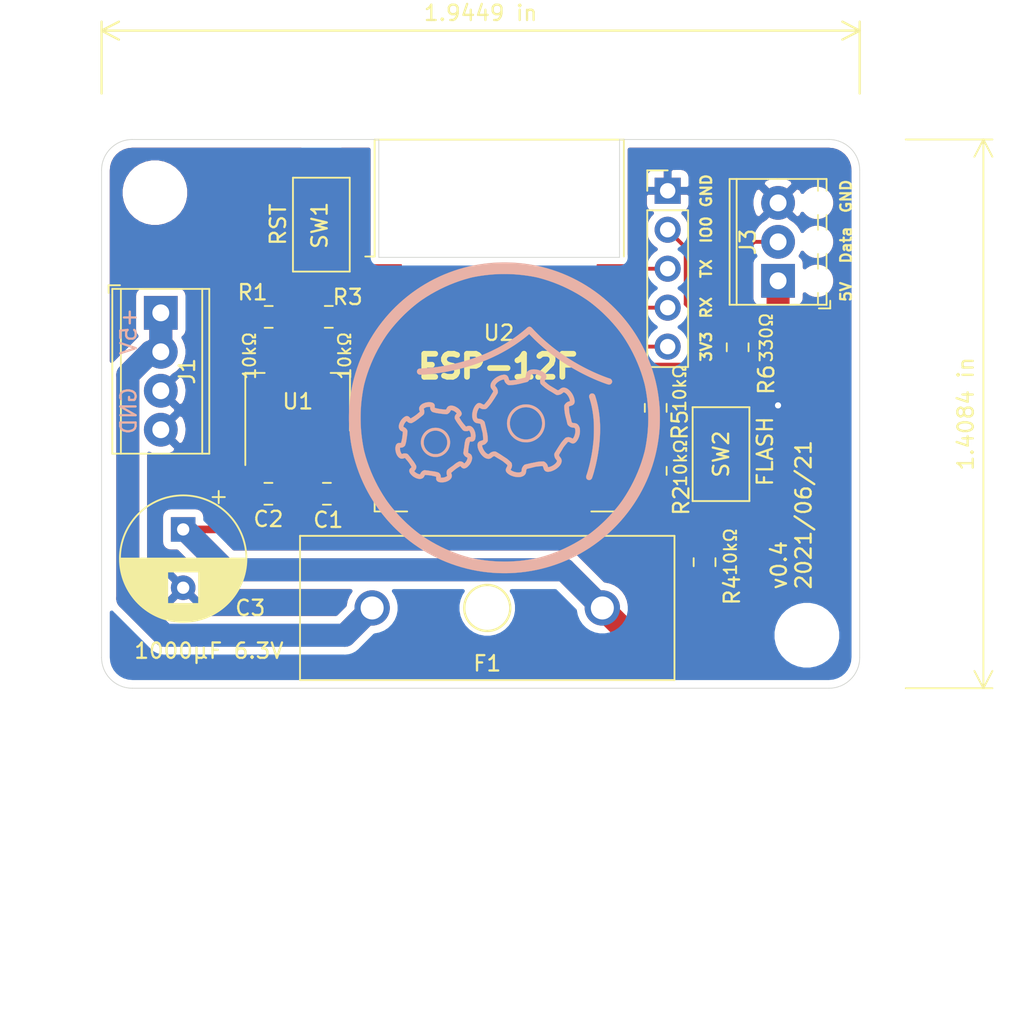
<source format=kicad_pcb>
(kicad_pcb (version 20171130) (host pcbnew "(5.1.8-0-10_14)")
  (title_block (title "WS2812 Controller") (date 2021-06-21) (rev 0.4) (company haus-automatisierung.com) (comment 1 "Matthias Kleine"))
  (layers (0 F.Cu signal) (31 B.Cu signal) (34 B.Paste user) (35 F.Paste user) (36 B.SilkS user) (37 F.SilkS user) (38 B.Mask user) (39 F.Mask user) (44 Edge.Cuts user))
  (net 0 "")
  (net 1 +5V)
  (net 2 GND)
  (net 3 +3V3)
  (net 4 "Net-(R2-Pad1)")
  (net 5 "Net-(U2-Pad2)")
  (net 6 "Net-(U2-Pad4)")
  (net 7 "Net-(U2-Pad5)")
  (net 8 "Net-(U2-Pad6)")
  (net 9 "Net-(U2-Pad7)")
  (net 10 "Net-(U2-Pad9)")
  (net 11 "Net-(U2-Pad10)")
  (net 12 "Net-(U2-Pad11)")
  (net 13 "Net-(U2-Pad12)")
  (net 14 "Net-(U2-Pad13)")
  (net 15 "Net-(U2-Pad14)")
  (net 16 "Net-(U2-Pad20)")
  (net 17 GPIO0)
  (net 18 /EN)
  (net 19 /RST)
  (net 20 "Net-(R4-Pad2)")
  (net 21 TX)
  (net 22 RX)
  (net 23 "Net-(J3-Pad2)")
  (net 24 GPIO4)
  (net 25 /SUPPLY)
  (module MountingHole:MountingHole_3.2mm_M3 (layer F.Cu) (at 156.718 102.616)
    (fp_text reference REF** hide)
    (fp_text value MountingHole_3.2mm_M3 hide)
    (pad 1 np_thru_hole circle (at 0 0) (size 3.2 3.2) (drill 3.2) (layers *.Cu *.Mask))
  )
  (module MountingHole:MountingHole_3.2mm_M3 (layer F.Cu) (at 114.2365 73.7616)
    (fp_text reference REF** hide)
    (fp_text value MountingHole_3.2mm_M3 hide)
    (pad 1 np_thru_hole circle (at 0 0) (size 3.2 3.2) (drill 3.2) (layers *.Cu *.Mask))
  )
  (module Resistor_SMD:R_0805_2012Metric_Pad1.15x1.40mm_HandSolder (layer F.Cu) (at 150.0505 97.8535 270)
    (fp_text reference R4 (at 1.8161 -1.7907 270) (layer F.SilkS))
    (fp_text value 10kΩ)
    (pad 1 smd roundrect (at -1.025 0 270) (size 1.15 1.4) (layers F.Cu F.Paste F.Mask) (roundrect_rratio 0.217391) (net 3 +3V3))
    (pad 2 smd roundrect (at 1.025 0 270) (size 1.15 1.4) (layers F.Cu F.Paste F.Mask) (roundrect_rratio 0.217391) (net 20 "Net-(R4-Pad2)"))
  )
  (module halibs:Logo_20mm (layer B.Cu) (at 137.0076 88.4428 180)
    (fp_text reference G*** hide)
    (fp_text value LOGO hide)
  )
  (module Capacitor_SMD:C_0805_2012Metric_Pad1.15x1.40mm_HandSolder (layer F.Cu) (at 125.44044 93.39326)
    (fp_text reference C1 (at 0.08636 1.70434) (layer F.SilkS))
    (fp_text value 100nF)
    (pad 1 smd roundrect (at -1.025 0) (size 1.15 1.4) (layers F.Cu F.Paste F.Mask) (roundrect_rratio 0.217391) (net 1 +5V))
    (pad 2 smd roundrect (at 1.025 0) (size 1.15 1.4) (layers F.Cu F.Paste F.Mask) (roundrect_rratio 0.217391) (net 2 GND))
  )
  (module Capacitor_SMD:C_0805_2012Metric_Pad1.15x1.40mm_HandSolder (layer F.Cu) (at 121.63044 93.39326 180)
    (fp_text reference C2 (at 0 -1.65) (layer F.SilkS))
    (fp_text value 100nF)
    (pad 2 smd roundrect (at 1.025 0 180) (size 1.15 1.4) (layers F.Cu F.Paste F.Mask) (roundrect_rratio 0.217391) (net 2 GND))
    (pad 1 smd roundrect (at -1.025 0 180) (size 1.15 1.4) (layers F.Cu F.Paste F.Mask) (roundrect_rratio 0.217391) (net 3 +3V3))
  )
  (module Connector_PinHeader_2.54mm:PinHeader_1x05_P2.54mm_Vertical (layer F.Cu) (at 147.64606 73.63968)
    (fp_text reference J2 hide)
    (fp_text value Conn_01x05_Male)
    (pad 1 thru_hole rect (at 0 0) (size 1.7 1.7) (drill 1) (layers *.Cu *.Mask) (net 2 GND))
    (pad 2 thru_hole oval (at 0 2.54) (size 1.7 1.7) (drill 1) (layers *.Cu *.Mask) (net 17 GPIO0))
    (pad 3 thru_hole oval (at 0 5.08) (size 1.7 1.7) (drill 1) (layers *.Cu *.Mask) (net 21 TX))
    (pad 4 thru_hole oval (at 0 7.62) (size 1.7 1.7) (drill 1) (layers *.Cu *.Mask) (net 22 RX))
    (pad 5 thru_hole oval (at 0 10.16) (size 1.7 1.7) (drill 1) (layers *.Cu *.Mask) (net 3 +3V3))
  )
  (module Resistor_SMD:R_0805_2012Metric_Pad1.15x1.40mm_HandSolder (layer F.Cu) (at 121.64822 81.86166)
    (fp_text reference R1 (at -1.04902 -1.59766) (layer F.SilkS))
    (fp_text value 10kΩ)
    (pad 2 smd roundrect (at 1.025 0) (size 1.15 1.4) (layers F.Cu F.Paste F.Mask) (roundrect_rratio 0.217391) (net 18 /EN))
    (pad 1 smd roundrect (at -1.025 0) (size 1.15 1.4) (layers F.Cu F.Paste F.Mask) (roundrect_rratio 0.217391) (net 3 +3V3))
  )
  (module Resistor_SMD:R_0805_2012Metric_Pad1.15x1.40mm_HandSolder (layer F.Cu) (at 146.86788 91.8972 270)
    (fp_text reference R2 (at 1.9304 -1.67132 270) (layer F.SilkS))
    (fp_text value 10kΩ)
    (pad 1 smd roundrect (at -1.025 0 270) (size 1.15 1.4) (layers F.Cu F.Paste F.Mask) (roundrect_rratio 0.217391) (net 4 "Net-(R2-Pad1)"))
    (pad 2 smd roundrect (at 1.025 0 270) (size 1.15 1.4) (layers F.Cu F.Paste F.Mask) (roundrect_rratio 0.217391) (net 2 GND))
  )
  (module Button_Switch_SMD:SW_SPST_CK_RS282G05A3 (layer F.Cu) (at 125.07976 75.84694 270)
    (fp_text reference SW1 (at 0.04826 0.11176 90) (layer F.SilkS))
    (fp_text value SW_Reset)
    (pad 1 smd rect (at -3.9 0 270) (size 1.5 1.5) (layers F.Cu F.Paste F.Mask) (net 2 GND))
    (pad 2 smd rect (at 3.9 0 270) (size 1.5 1.5) (layers F.Cu F.Paste F.Mask) (net 19 /RST))
  )
  (module Button_Switch_SMD:SW_SPST_CK_RS282G05A3 (layer F.Cu) (at 151.12238 90.80754 270)
    (fp_text reference SW2 (at 0 -0.00762 90) (layer F.SilkS))
    (fp_text value SW_GPIO0)
    (pad 2 smd rect (at 3.9 0 270) (size 1.5 1.5) (layers F.Cu F.Paste F.Mask) (net 2 GND))
    (pad 1 smd rect (at -3.9 0 270) (size 1.5 1.5) (layers F.Cu F.Paste F.Mask) (net 17 GPIO0))
  )
  (module Package_TO_SOT_SMD:SOT-223-3_TabPin2 (layer F.Cu) (at 123.53544 87.42426 90)
    (fp_text reference U1 (at 0.04826 0.01016 180) (layer F.SilkS))
    (fp_text value AMS1117-3.3)
    (pad 2 smd rect (at 3.15 0 90) (size 2 3.8) (layers F.Cu F.Paste F.Mask) (net 3 +3V3))
    (pad 2 smd rect (at -3.15 0 90) (size 2 1.5) (layers F.Cu F.Paste F.Mask) (net 3 +3V3))
    (pad 3 smd rect (at -3.15 2.3 90) (size 2 1.5) (layers F.Cu F.Paste F.Mask) (net 1 +5V))
    (pad 1 smd rect (at -3.15 -2.3 90) (size 2 1.5) (layers F.Cu F.Paste F.Mask) (net 2 GND))
  )
  (module RF_Module:ESP-12E (layer F.Cu) (at 136.67232 82.42554)
    (fp_text reference U2 (at -0.02032 0.48006) (layer F.SilkS))
    (fp_text value ESP-12F)
    (pad 1 smd rect (at -7.6 -3.5) (size 2.5 1) (layers F.Cu F.Paste F.Mask) (net 19 /RST))
    (pad 2 smd rect (at -7.6 -1.5) (size 2.5 1) (layers F.Cu F.Paste F.Mask) (net 5 "Net-(U2-Pad2)"))
    (pad 3 smd rect (at -7.6 0.5) (size 2.5 1) (layers F.Cu F.Paste F.Mask) (net 18 /EN))
    (pad 4 smd rect (at -7.6 2.5) (size 2.5 1) (layers F.Cu F.Paste F.Mask) (net 6 "Net-(U2-Pad4)"))
    (pad 5 smd rect (at -7.6 4.5) (size 2.5 1) (layers F.Cu F.Paste F.Mask) (net 7 "Net-(U2-Pad5)"))
    (pad 6 smd rect (at -7.6 6.5) (size 2.5 1) (layers F.Cu F.Paste F.Mask) (net 8 "Net-(U2-Pad6)"))
    (pad 7 smd rect (at -7.6 8.5) (size 2.5 1) (layers F.Cu F.Paste F.Mask) (net 9 "Net-(U2-Pad7)"))
    (pad 8 smd rect (at -7.6 10.5) (size 2.5 1) (layers F.Cu F.Paste F.Mask) (net 3 +3V3))
    (pad 9 smd rect (at -5 12) (size 1 1.8) (layers F.Cu F.Paste F.Mask) (net 10 "Net-(U2-Pad9)"))
    (pad 10 smd rect (at -3 12) (size 1 1.8) (layers F.Cu F.Paste F.Mask) (net 11 "Net-(U2-Pad10)"))
    (pad 11 smd rect (at -1 12) (size 1 1.8) (layers F.Cu F.Paste F.Mask) (net 12 "Net-(U2-Pad11)"))
    (pad 12 smd rect (at 1 12) (size 1 1.8) (layers F.Cu F.Paste F.Mask) (net 13 "Net-(U2-Pad12)"))
    (pad 13 smd rect (at 3 12) (size 1 1.8) (layers F.Cu F.Paste F.Mask) (net 14 "Net-(U2-Pad13)"))
    (pad 14 smd rect (at 5 12) (size 1 1.8) (layers F.Cu F.Paste F.Mask) (net 15 "Net-(U2-Pad14)"))
    (pad 15 smd rect (at 7.6 10.5) (size 2.5 1) (layers F.Cu F.Paste F.Mask) (net 2 GND))
    (pad 16 smd rect (at 7.6 8.5) (size 2.5 1) (layers F.Cu F.Paste F.Mask) (net 4 "Net-(R2-Pad1)"))
    (pad 17 smd rect (at 7.6 6.5) (size 2.5 1) (layers F.Cu F.Paste F.Mask) (net 20 "Net-(R4-Pad2)"))
    (pad 18 smd rect (at 7.6 4.5) (size 2.5 1) (layers F.Cu F.Paste F.Mask) (net 17 GPIO0))
    (pad 19 smd rect (at 7.6 2.5) (size 2.5 1) (layers F.Cu F.Paste F.Mask) (net 24 GPIO4))
    (pad 20 smd rect (at 7.6 0.5) (size 2.5 1) (layers F.Cu F.Paste F.Mask) (net 16 "Net-(U2-Pad20)"))
    (pad 21 smd rect (at 7.6 -1.5) (size 2.5 1) (layers F.Cu F.Paste F.Mask) (net 22 RX))
    (pad 22 smd rect (at 7.6 -3.5) (size 2.5 1) (layers F.Cu F.Paste F.Mask) (net 21 TX))
  )
  (module Resistor_SMD:R_0805_2012Metric_Pad1.15x1.40mm_HandSolder (layer F.Cu) (at 125.5649 81.85912)
    (fp_text reference R3 (at 1.2319 -1.29032) (layer F.SilkS))
    (fp_text value 10kΩ)
    (pad 1 smd roundrect (at -1.025 0) (size 1.15 1.4) (layers F.Cu F.Paste F.Mask) (roundrect_rratio 0.217391) (net 3 +3V3))
    (pad 2 smd roundrect (at 1.025 0) (size 1.15 1.4) (layers F.Cu F.Paste F.Mask) (roundrect_rratio 0.217391) (net 19 /RST))
  )
  (module Resistor_SMD:R_0805_2012Metric_Pad1.15x1.40mm_HandSolder (layer F.Cu) (at 146.86788 87.79256 90)
    (fp_text reference R5 (at -1.10744 1.56972 90) (layer F.SilkS))
    (fp_text value 10kΩ)
    (pad 2 smd roundrect (at 1.025 0 90) (size 1.15 1.4) (layers F.Cu F.Paste F.Mask) (roundrect_rratio 0.217391) (net 17 GPIO0))
    (pad 1 smd roundrect (at -1.025 0 90) (size 1.15 1.4) (layers F.Cu F.Paste F.Mask) (roundrect_rratio 0.217391) (net 3 +3V3))
  )
  (module Capacitor_THT:CP_Radial_D8.0mm_P3.80mm (layer F.Cu) (at 116.07546 95.71736 270)
    (fp_text reference C3 (at 5.12064 -4.37134 180) (layer F.SilkS))
    (fp_text value 1000µF)
    (pad 1 thru_hole rect (at 0 0 270) (size 1.6 1.6) (drill 0.8) (layers *.Cu *.Mask) (net 1 +5V))
    (pad 2 thru_hole circle (at 3.8 0 270) (size 1.6 1.6) (drill 0.8) (layers *.Cu *.Mask) (net 2 GND))
  )
  (module Resistor_SMD:R_0805_2012Metric_Pad1.15x1.40mm_HandSolder (layer F.Cu) (at 152.20696 83.84286 270)
    (fp_text reference R6 (at 2.11074 -1.86944 90) (layer F.SilkS))
    (fp_text value 330Ω)
    (pad 1 smd roundrect (at -1.025 0 270) (size 1.15 1.4) (layers F.Cu F.Paste F.Mask) (roundrect_rratio 0.217391) (net 23 "Net-(J3-Pad2)"))
    (pad 2 smd roundrect (at 1.025 0 270) (size 1.15 1.4) (layers F.Cu F.Paste F.Mask) (roundrect_rratio 0.217391) (net 24 GPIO4))
  )
  (module TerminalBlock_Phoenix:TerminalBlock_Phoenix_MPT-0,5-3-2.54_1x03_P2.54mm_Horizontal (layer F.Cu) (at 154.84094 79.50962 90)
    (fp_text reference J3 (at 2.52984 -1.9685 90) (layer F.SilkS))
    (fp_text value Conn_01x03)
    (pad 1 thru_hole rect (at 0 0 90) (size 2.2 2.2) (drill 1.1) (layers *.Cu *.Mask) (net 1 +5V))
    (pad "" np_thru_hole circle (at 0 2.54 90) (size 1.1 1.1) (drill 1.1) (layers *.Cu *.Mask))
    (pad 2 thru_hole circle (at 2.54 0 90) (size 2.2 2.2) (drill 1.1) (layers *.Cu *.Mask) (net 23 "Net-(J3-Pad2)"))
    (pad "" np_thru_hole circle (at 2.54 2.54 90) (size 1.1 1.1) (drill 1.1) (layers *.Cu *.Mask))
    (pad 3 thru_hole circle (at 5.08 0 90) (size 2.2 2.2) (drill 1.1) (layers *.Cu *.Mask) (net 2 GND))
    (pad "" np_thru_hole circle (at 5.08 2.54 90) (size 1.1 1.1) (drill 1.1) (layers *.Cu *.Mask))
  )
  (module halibs:Fuse-PTF75_Stelvio (layer F.Cu) (at 135.89 105.537 180)
    (fp_text reference F1 (at 0 1.0795) (layer F.SilkS))
    (fp_text value Fuse)
    (pad 1 thru_hole circle (at -7.5 4.7 180) (size 2.3 2.3) (drill 1.5) (layers *.Cu *.Mask) (net 1 +5V))
    (pad 2 thru_hole circle (at 7.5 4.7 180) (size 2.3 2.3) (drill 1.5) (layers *.Cu *.Mask) (net 25 /SUPPLY))
    (pad "" np_thru_hole circle (at 0 4.7 180) (size 2.6 2.6) (drill 2.6) (layers *.Cu *.Mask))
  )
  (module TerminalBlock_Phoenix:TerminalBlock_Phoenix_MPT-0,5-4-2.54_1x04_P2.54mm_Horizontal (layer F.Cu) (at 114.6175 81.5975 270)
    (fp_text reference J1 (at 3.81 -1.7145 90) (layer F.SilkS))
    (fp_text value Conn_01x04_Male)
    (pad 1 thru_hole rect (at 0 0 270) (size 2.2 2.2) (drill 1.1) (layers *.Cu *.Mask) (net 25 /SUPPLY))
    (pad 2 thru_hole circle (at 2.54 0 270) (size 2.2 2.2) (drill 1.1) (layers *.Cu *.Mask) (net 25 /SUPPLY))
    (pad 3 thru_hole circle (at 5.08 0 270) (size 2.2 2.2) (drill 1.1) (layers *.Cu *.Mask) (net 2 GND))
    (pad 4 thru_hole circle (at 7.62 0 270) (size 2.2 2.2) (drill 1.1) (layers *.Cu *.Mask) (net 2 GND))
  )
  (gr_text 10kΩ (at 148.4884 91.3892 90) (layer F.SilkS) (effects (font (size 0.8 0.8) (thickness 0.13))))
  (dimension 35.77324 (width 0.12) (layer F.SilkS) (gr_text "35.773 mm" (at 169.4904 88.18366 270) (layer F.SilkS) (effects (font (size 1 1) (thickness 0.15)))) (feature1 (pts (xy 163.16 106.07028) (xy 168.806821 106.07028))) (feature2 (pts (xy 163.16 70.29704) (xy 168.806821 70.29704))) (crossbar (pts (xy 168.2204 70.29704) (xy 168.2204 106.07028))) (arrow1a (pts (xy 168.2204 106.07028) (xy 167.633979 104.943776))) (arrow1b (pts (xy 168.2204 106.07028) (xy 168.806821 104.943776))) (arrow2a (pts (xy 168.2204 70.29704) (xy 167.633979 71.423544))) (arrow2b (pts (xy 168.2204 70.29704) (xy 168.806821 71.423544))))
  (gr_text GND (at 112.522 87.9856 90) (layer B.SilkS) (effects (font (size 1 1)) (justify mirror)))
  (gr_text +5V (at 112.522 82.804 90) (layer B.SilkS) (effects (font (size 1 1)) (justify mirror)))
  (dimension 49.40076 (width 0.15) (layer F.SilkS) (gr_text "49.401 mm" (at 135.45962 61.9) (layer F.SilkS) (effects (font (size 1 1) (thickness 0.15)))) (feature1 (pts (xy 160.16 67.29704) (xy 160.16 62.613579))) (feature2 (pts (xy 110.75924 67.29704) (xy 110.75924 62.613579))) (crossbar (pts (xy 110.75924 63.2) (xy 160.16 63.2))) (arrow1a (pts (xy 160.16 63.2) (xy 159.033496 63.786421))) (arrow1b (pts (xy 160.16 63.2) (xy 159.033496 62.613579))) (arrow2a (pts (xy 110.75924 63.2) (xy 111.885744 63.786421))) (arrow2b (pts (xy 110.75924 63.2) (xy 111.885744 62.613579))))
  (gr_arc (start 158.16 72.29704) (end 160.16 72.29704) (angle -90) (layer Edge.Cuts) (width 0.05))
  (gr_arc (start 158.16 104.07028) (end 158.16 106.07028) (angle -90) (layer Edge.Cuts) (width 0.05))
  (gr_arc (start 112.75924 104.07028) (end 110.75924 104.07028) (angle -90) (layer Edge.Cuts) (width 0.05))
  (gr_arc (start 112.75924 72.29704) (end 112.75924 70.29704) (angle -90) (layer Edge.Cuts) (width 0.05))
  (gr_line (start 158.16 70.29704) (end 144.509255 70.29704) (layer Edge.Cuts) (width 0.05))
  (gr_line (start 160.16 104.07028) (end 160.16 72.29704) (layer Edge.Cuts) (width 0.05))
  (gr_line (start 112.75924 106.07028) (end 158.16 106.07028) (layer Edge.Cuts) (width 0.05))
  (gr_line (start 110.75924 72.29704) (end 110.75924 104.07028) (layer Edge.Cuts) (width 0.05))
  (gr_line (start 128.82372 70.29704) (end 112.75924 70.29704) (layer Edge.Cuts) (width 0.05))
  (gr_line (start 144.50822 77.98054) (end 144.509255 70.29704) (layer Edge.Cuts) (width 0.05))
  (gr_line (start 128.82372 77.98054) (end 144.50822 77.98054) (layer Edge.Cuts) (width 0.05))
  (gr_line (start 128.82372 70.29704) (end 128.82372 77.98054) (layer Edge.Cuts) (width 0.05))
  (gr_text "v0.4\n2021/06/21" (at 155.702 99.7204 90) (layer F.SilkS) (effects (font (size 1 1)) (justify left)))
  (gr_text haus-automatisierung.com (at 158.8008 92.5068 90) (layer F.Cu) (effects (font (size 0.7 0.7))))
  (gr_text 5V (at 159.27044 80.22336 90) (layer F.SilkS) (effects (font (size 0.7 0.7))))
  (gr_text Data (at 159.27044 77.17536 90) (layer F.SilkS) (effects (font (size 0.7 0.7))))
  (gr_text GND (at 159.27044 74.00036 90) (layer F.SilkS) (effects (font (size 0.7 0.7))))
  (gr_text 330Ω (at 154.0764 83.2104 90) (layer F.SilkS) (effects (font (size 0.8 0.8) (thickness 0.13))))
  (gr_text 10kΩ (at 148.4376 86.5124 90) (layer F.SilkS) (effects (font (size 0.8 0.8) (thickness 0.13))))
  (gr_text 10kΩ (at 151.7396 97.1804 90) (layer F.SilkS) (effects (font (size 0.8 0.8) (thickness 0.13))))
  (gr_text 10kΩ (at 126.6 84.4 90) (layer F.SilkS) (effects (font (size 0.8 0.8) (thickness 0.13))))
  (gr_text 3V3 (at 150.15982 83.79968 90) (layer F.SilkS) (effects (font (size 0.7 0.7))))
  (gr_text RX (at 150.15982 81.25968 90) (layer F.SilkS) (effects (font (size 0.7 0.7))))
  (gr_text TX (at 150.15982 78.71968 90) (layer F.SilkS) (effects (font (size 0.7 0.7))))
  (gr_text IO0 (at 150.15982 76.17968 90) (layer F.SilkS) (effects (font (size 0.7 0.7))))
  (gr_text GND (at 150.15982 73.63968 90) (layer F.SilkS) (effects (font (size 0.7 0.7))))
  (gr_text "1000µF 6.3V" (at 117.7544 103.632) (layer F.SilkS) (effects (font (size 1 1))))
  (gr_text FLASH (at 153.99258 90.62974 90) (layer F.SilkS) (effects (font (size 1 1))))
  (gr_text RST (at 122.26036 75.83678 90) (layer F.SilkS) (effects (font (size 1 1))))
  (gr_text 10kΩ (at 120.4 84.4 90) (layer F.SilkS) (effects (font (size 0.8 0.8) (thickness 0.13))))
  (gr_text ESP-12F (at 136.57072 85.09254) (layer F.SilkS) (effects (font (size 1.5 1.5) (thickness 0.375))))
  (segment (start 124.41544 93.539648) (end 124.41544 93.39326) (width 0.5) (layer F.Cu) (net 1))
  (segment (start 125.83544 90.57426) (end 125.83544 91.97326) (width 0.5) (layer F.Cu) (net 1))
  (segment (start 125.83544 91.97326) (end 124.41544 93.39326) (width 0.5) (layer F.Cu) (net 1))
  (segment (start 122.237728 95.71736) (end 124.41544 93.539648) (width 0.5) (layer F.Cu) (net 1))
  (segment (start 116.07546 95.71736) (end 122.237728 95.71736) (width 0.5) (layer F.Cu) (net 1))
  (segment (start 116.07546 95.71736) (end 116.18976 95.71736) (width 1.5) (layer B.Cu) (net 1))
  (segment (start 116.18976 95.71736) (end 118.8212 98.3488) (width 1.5) (layer B.Cu) (net 1))
  (segment (start 140.9018 98.3488) (end 143.39 100.837) (width 1.5) (layer B.Cu) (net 1))
  (segment (start 118.8212 98.3488) (end 140.9018 98.3488) (width 1.5) (layer B.Cu) (net 1))
  (segment (start 116.07546 95.71736) (end 116.18976 95.71736) (width 1.5) (layer F.Cu) (net 1))
  (segment (start 116.18976 95.71736) (end 118.8212 98.3488) (width 1.5) (layer F.Cu) (net 1))
  (segment (start 140.9018 98.3488) (end 143.39 100.837) (width 1.5) (layer F.Cu) (net 1))
  (segment (start 118.8212 98.3488) (end 140.9018 98.3488) (width 1.5) (layer F.Cu) (net 1))
  (segment (start 154.84094 79.50962) (end 154.84094 81.63814) (width 1.5) (layer F.Cu) (net 1))
  (segment (start 154.84094 81.63814) (end 157.1752 83.9724) (width 1.5) (layer F.Cu) (net 1))
  (segment (start 157.1752 83.9724) (end 157.1752 97.0788) (width 1.5) (layer F.Cu) (net 1))
  (segment (start 157.1752 97.0788) (end 150.7744 103.4796) (width 1.5) (layer F.Cu) (net 1))
  (segment (start 146.0326 103.4796) (end 143.39 100.837) (width 1.5) (layer F.Cu) (net 1))
  (segment (start 150.7744 103.4796) (end 146.0326 103.4796) (width 1.5) (layer F.Cu) (net 1))
  (via (at 154.8384 87.63) (size 0.8) (drill 0.4) (layers F.Cu B.Cu) (net 2))
  (segment (start 122.65544 91.45426) (end 123.53544 90.57426) (width 0.25) (layer F.Cu) (net 3))
  (segment (start 122.65544 93.39326) (end 122.65544 91.45426) (width 0.25) (layer F.Cu) (net 3))
  (segment (start 123.53544 84.27426) (end 123.53544 90.57426) (width 0.25) (layer F.Cu) (net 3))
  (segment (start 129.06872 92.92914) (end 129.07232 92.92554) (width 0.25) (layer F.Cu) (net 3))
  (segment (start 132.550908 92.92554) (end 137.600068 87.87638) (width 0.25) (layer F.Cu) (net 3))
  (segment (start 129.07232 92.92554) (end 132.550908 92.92554) (width 0.25) (layer F.Cu) (net 3))
  (segment (start 145.9267 87.87638) (end 146.86788 88.81756) (width 0.25) (layer F.Cu) (net 3))
  (segment (start 137.600068 87.87638) (end 145.9267 87.87638) (width 0.25) (layer F.Cu) (net 3))
  (segment (start 129.407322 92.92554) (end 129.07232 92.92554) (width 0.25) (layer F.Cu) (net 3))
  (segment (start 138.533182 83.79968) (end 129.407322 92.92554) (width 0.25) (layer F.Cu) (net 3))
  (segment (start 147.64606 83.79968) (end 138.533182 83.79968) (width 0.25) (layer F.Cu) (net 3))
  (segment (start 123.51743 80.83665) (end 121.64823 80.83665) (width 0.25) (layer F.Cu) (net 3))
  (segment (start 121.64823 80.83665) (end 120.62322 81.86166) (width 0.25) (layer F.Cu) (net 3))
  (segment (start 124.5399 81.85912) (end 123.51743 80.83665) (width 0.25) (layer F.Cu) (net 3))
  (segment (start 123.03582 84.27426) (end 123.53544 84.27426) (width 0.25) (layer F.Cu) (net 3))
  (segment (start 120.62322 81.86166) (end 123.03582 84.27426) (width 0.25) (layer F.Cu) (net 3))
  (segment (start 129.07232 92.92554) (end 128.32232 92.92554) (width 0.25) (layer F.Cu) (net 3))
  (segment (start 127.57232 92.92554) (end 129.07232 92.92554) (width 0.25) (layer F.Cu) (net 3))
  (segment (start 127.497319 89.721137) (end 127.497319 92.850539) (width 0.25) (layer F.Cu) (net 3))
  (segment (start 126.925441 89.149259) (end 127.497319 89.721137) (width 0.25) (layer F.Cu) (net 3))
  (segment (start 127.497319 92.850539) (end 127.57232 92.92554) (width 0.25) (layer F.Cu) (net 3))
  (segment (start 123.710441 89.149259) (end 126.925441 89.149259) (width 0.25) (layer F.Cu) (net 3))
  (segment (start 123.53544 89.32426) (end 123.710441 89.149259) (width 0.25) (layer F.Cu) (net 3))
  (segment (start 123.53544 90.57426) (end 123.53544 89.32426) (width 0.25) (layer F.Cu) (net 3))
  (segment (start 147.56788 88.81756) (end 148.5265 89.77618) (width 0.25) (layer F.Cu) (net 3))
  (segment (start 146.86788 88.81756) (end 147.56788 88.81756) (width 0.25) (layer F.Cu) (net 3))
  (segment (start 148.5265 95.3045) (end 150.0505 96.8285) (width 0.25) (layer F.Cu) (net 3))
  (segment (start 148.5265 89.77618) (end 148.5265 95.3045) (width 0.25) (layer F.Cu) (net 3))
  (segment (start 144.32566 90.8722) (end 144.27232 90.92554) (width 0.25) (layer F.Cu) (net 4))
  (segment (start 146.86788 90.8722) (end 144.32566 90.8722) (width 0.25) (layer F.Cu) (net 4))
  (segment (start 146.7099 86.92554) (end 146.86788 86.76756) (width 0.25) (layer F.Cu) (net 17))
  (segment (start 144.27232 86.92554) (end 146.7099 86.92554) (width 0.25) (layer F.Cu) (net 17))
  (segment (start 150.9824 86.76756) (end 151.12238 86.90754) (width 0.25) (layer F.Cu) (net 17))
  (segment (start 146.86788 86.76756) (end 150.9824 86.76756) (width 0.25) (layer F.Cu) (net 17))
  (segment (start 148.821061 77.354681) (end 147.64606 76.17968) (width 0.25) (layer F.Cu) (net 17))
  (segment (start 148.821061 81.020151) (end 148.821061 77.354681) (width 0.25) (layer F.Cu) (net 17))
  (segment (start 151.51878 83.71787) (end 148.821061 81.020151) (width 0.25) (layer F.Cu) (net 17))
  (segment (start 153.23197 84.14905) (end 152.80079 83.71787) (width 0.25) (layer F.Cu) (net 17))
  (segment (start 152.80079 83.71787) (end 151.51878 83.71787) (width 0.25) (layer F.Cu) (net 17))
  (segment (start 153.23197 85.79795) (end 153.23197 84.14905) (width 0.25) (layer F.Cu) (net 17))
  (segment (start 152.12238 86.90754) (end 153.23197 85.79795) (width 0.25) (layer F.Cu) (net 17))
  (segment (start 151.12238 86.90754) (end 152.12238 86.90754) (width 0.25) (layer F.Cu) (net 17))
  (segment (start 123.7371 82.92554) (end 122.67322 81.86166) (width 0.25) (layer F.Cu) (net 18))
  (segment (start 129.07232 82.92554) (end 123.7371 82.92554) (width 0.25) (layer F.Cu) (net 18))
  (segment (start 128.25092 79.74694) (end 129.07232 78.92554) (width 0.25) (layer F.Cu) (net 19))
  (segment (start 125.07976 79.74694) (end 128.25092 79.74694) (width 0.25) (layer F.Cu) (net 19))
  (segment (start 124.5399 80.2868) (end 125.07976 79.74694) (width 0.25) (layer F.Cu) (net 19))
  (segment (start 125.07976 80.34898) (end 126.5899 81.85912) (width 0.25) (layer F.Cu) (net 19))
  (segment (start 125.07976 79.74694) (end 125.07976 80.34898) (width 0.25) (layer F.Cu) (net 19))
  (segment (start 147.55606 89.97219) (end 147.955 90.37113) (width 0.25) (layer F.Cu) (net 20))
  (segment (start 145.31897 89.97219) (end 147.55606 89.97219) (width 0.25) (layer F.Cu) (net 20))
  (segment (start 144.27232 88.92554) (end 145.31897 89.97219) (width 0.25) (layer F.Cu) (net 20))
  (segment (start 147.955 96.783) (end 150.0505 98.8785) (width 0.25) (layer F.Cu) (net 20))
  (segment (start 147.955 90.37113) (end 147.955 96.783) (width 0.25) (layer F.Cu) (net 20))
  (segment (start 144.47818 78.71968) (end 144.27232 78.92554) (width 0.25) (layer F.Cu) (net 21))
  (segment (start 147.64606 78.71968) (end 144.47818 78.71968) (width 0.25) (layer F.Cu) (net 21))
  (segment (start 144.60646 81.25968) (end 144.27232 80.92554) (width 0.25) (layer F.Cu) (net 22))
  (segment (start 147.64606 81.25968) (end 144.60646 81.25968) (width 0.25) (layer F.Cu) (net 22))
  (segment (start 154.84094 76.96962) (end 154.595938 76.96962) (width 0.25) (layer F.Cu) (net 23))
  (segment (start 153.285306 76.96962) (end 154.84094 76.96962) (width 0.25) (layer F.Cu) (net 23))
  (segment (start 152.20696 78.047966) (end 153.285306 76.96962) (width 0.25) (layer F.Cu) (net 23))
  (segment (start 152.20696 82.81786) (end 152.20696 78.047966) (width 0.25) (layer F.Cu) (net 23))
  (segment (start 144.321461 84.974681) (end 144.27232 84.92554) (width 0.25) (layer F.Cu) (net 24))
  (segment (start 152.100139 84.974681) (end 144.321461 84.974681) (width 0.25) (layer F.Cu) (net 24))
  (segment (start 152.20696 84.86786) (end 152.100139 84.974681) (width 0.25) (layer F.Cu) (net 24))
  (segment (start 114.6175 84.1375) (end 114.6175 84.235498) (width 0.5) (layer F.Cu) (net 25))
  (segment (start 114.6175 81.5975) (end 114.6175 84.1375) (width 1.5) (layer F.Cu) (net 25))
  (segment (start 114.6175 81.5975) (end 114.6175 84.1375) (width 1.5) (layer B.Cu) (net 25))
  (segment (start 112.467499 85.645499) (end 112.467499 100.224699) (width 1.5) (layer F.Cu) (net 25))
  (segment (start 113.975498 84.1375) (end 112.467499 85.645499) (width 1.5) (layer F.Cu) (net 25))
  (segment (start 114.6175 84.1375) (end 113.975498 84.1375) (width 1.5) (layer F.Cu) (net 25))
  (segment (start 112.467499 100.224699) (end 114.8588 102.616) (width 1.5) (layer F.Cu) (net 25))
  (segment (start 126.611 102.616) (end 128.39 100.837) (width 1.5) (layer F.Cu) (net 25))
  (segment (start 114.8588 102.616) (end 126.611 102.616) (width 1.5) (layer F.Cu) (net 25))
  (segment (start 113.975498 84.1375) (end 112.467499 85.645499) (width 1.5) (layer B.Cu) (net 25))
  (segment (start 114.6175 84.1375) (end 113.975498 84.1375) (width 1.5) (layer B.Cu) (net 25))
  (segment (start 112.467499 85.645499) (end 112.467499 100.224699) (width 1.5) (layer B.Cu) (net 25))
  (segment (start 112.467499 100.224699) (end 114.8588 102.616) (width 1.5) (layer B.Cu) (net 25))
  (segment (start 126.611 102.616) (end 128.39 100.837) (width 1.5) (layer B.Cu) (net 25))
  (segment (start 114.8588 102.616) (end 126.611 102.616) (width 1.5) (layer B.Cu) (net 25))
  (zone (net 2) (net_name GND) (layer B.Cu) (connect_pads (clearance 0.508)) (min_thickness 0.254) (fill yes (arc_segments 32) (thermal_gap 0.508) (thermal_bridge_width 0.508))
    (polygon (pts (xy 104.14 66.04) (xy 167.64 66.04) (xy 167.64 127) (xy 104.14 127)))
  )
  (zone (net 2) (net_name GND) (layer F.Cu) (connect_pads (clearance 0.508)) (min_thickness 0.254) (fill yes (arc_segments 32) (thermal_gap 0.508) (thermal_bridge_width 0.508))
    (polygon (pts (xy 104.14 66.04) (xy 167.64 66.04) (xy 167.64 127) (xy 104.14 127)))
  )
)
</source>
